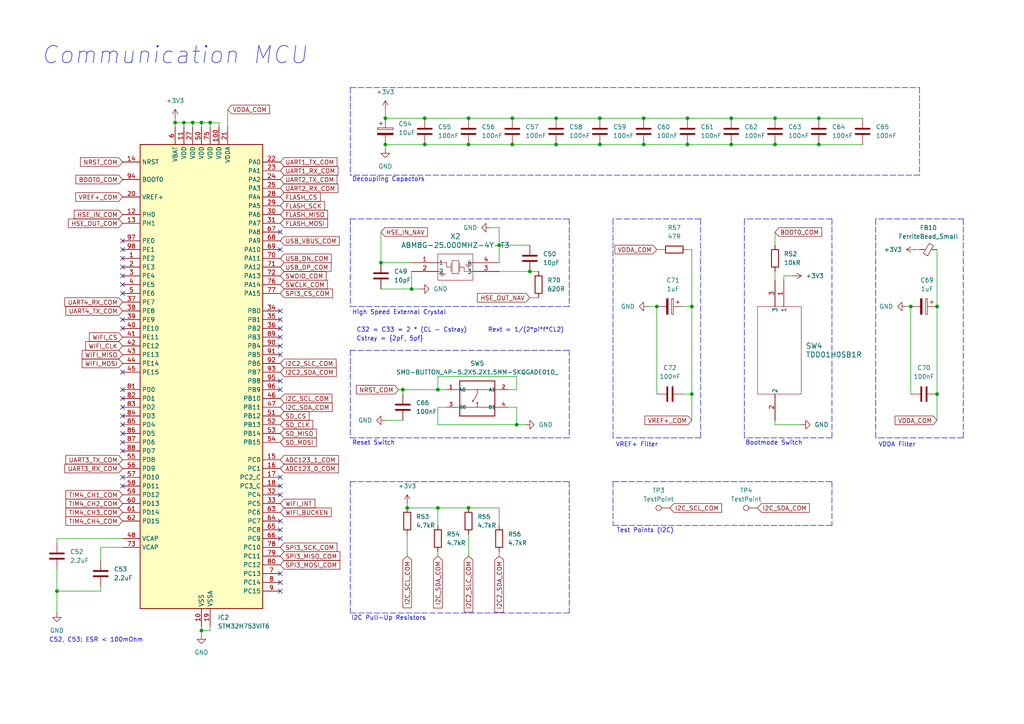
<source format=kicad_sch>
(kicad_sch (version 20231120) (generator "eeschema") (generator_version "8.0")
  (paper "A4")
  (title_block (title "Carte_Embarquée_CRAN_SEGULA") (date "28/03/2025") (rev "11/04/2025"))
  (lib_symbols
    (symbol "ABM8G-25.000MHZ-4Y-T3:ABM8G-25.000MHZ-4Y-T3" (pin_names (offset 0.254))
      (property "Reference" "X" (at 12.7 7.62 0))
      (property "Value" "ABM8G-25.000MHZ-4Y-T3" (at 12.7 5.08 0))
      (symbol "ABM8G-25.000MHZ-4Y-T3_0_1"
        (pin unspecified line (at 0 0 0) (length 7.62) (name "1") (number "1"))
        (pin unspecified line (at 0 -2.54 0) (length 7.62) (name "2") (number "2"))
        (pin unspecified line (at 25.4 -2.54 180) (length 7.62) (name "3") (number "3"))
        (pin unspecified line (at 25.4 0 180) (length 7.62) (name "4") (number "4"))
      )
    )
    (symbol "Capacitor_Unpolarized:C" (pin_numbers hide) (pin_names (offset 0.254))
      (property "Reference" "C" (at 0.635 2.54 0))
      (property "Value" "C" (at 0.635 -2.54 0))
      (symbol "C_1_1"
        (pin passive line (at 0 3.81 270) (length 2.794) (name "~") (number "1"))
        (pin passive line (at 0 -3.81 90) (length 2.794) (name "~") (number "2"))
      )
    )
    (symbol "Resistor:R" (pin_numbers hide) (pin_names (offset 0))
      (property "Reference" "R" (at 2.032 0 90))
      (property "Value" "R" (at 0 0 90))
      (symbol "R_1_1"
        (pin passive line (at 0 3.81 270) (length 1.27) (name "~") (number "1"))
        (pin passive line (at 0 -3.81 90) (length 1.27) (name "~") (number "2"))
      )
    )
    (symbol "SMD-BUTTON_4P-5.2X5.2X1.5MM-SKQGADE010_:SMD-BUTTON_4P-5.2X5.2X1.5MM-SKQGADE010_" (pin_names (offset 1.016))
      (property "Reference" "SW" (at -5.0859 5.0859 0))
      (property "Value" "SMD-BUTTON_4P-5.2X5.2X1.5MM-SKQGADE010_" (at -5.0884 -6.3605 0))
      (symbol "SMD-BUTTON_4P-5.2X5.2X1.5MM-SKQGADE010__0_0"
        (pin bidirectional line (at -8.89 2.54 0) (length 2.54) (name "A0") (number "1"))
        (pin bidirectional line (at 8.89 2.54 180) (length 2.54) (name "A1") (number "2"))
        (pin bidirectional line (at -8.89 -2.54 0) (length 2.54) (name "B0") (number "3"))
        (pin bidirectional line (at 8.89 -2.54 180) (length 2.54) (name "B1") (number "4"))
      )
    )
    (symbol "STM32H753VIT6:STM32H753VITx"
      (property "Reference" "IC" (at -17.78 69.85 0))
      (property "Value" "STM32H753VITx" (at 10.16 69.85 0))
      (symbol "STM32H753VITx_1_1"
        (pin bidirectional line (at -22.86 35.56 0) (length 5.08) (name "PE2") (number "1"))
        (pin power_in line (at 0 -71.12 90) (length 5.08) (name "VSS") (number "10"))
        (pin power_in line (at 5.08 73.66 270) (length 5.08) (name "VDD") (number "100"))
        (pin power_in line (at -5.08 73.66 270) (length 5.08) (name "VDD") (number "11"))
        (pin bidirectional line (at -22.86 48.26 0) (length 5.08) (name "PH0") (number "12"))
        (pin bidirectional line (at -22.86 45.72 0) (length 5.08) (name "PH1") (number "13"))
        (pin input line (at -22.86 63.5 0) (length 5.08) (name "NRST") (number "14"))
        (pin bidirectional line (at 22.86 -22.86 180) (length 5.08) (name "PC0") (number "15"))
        (pin bidirectional line (at 22.86 -25.4 180) (length 5.08) (name "PC1") (number "16"))
        (pin bidirectional line (at 22.86 -27.94 180) (length 5.08) (name "PC2_C") (number "17"))
        (pin bidirectional line (at 22.86 -30.48 180) (length 5.08) (name "PC3_C") (number "18"))
        (pin power_in line (at 2.54 -71.12 90) (length 5.08) (name "VSSA") (number "19"))
        (pin bidirectional line (at -22.86 33.02 0) (length 5.08) (name "PE3") (number "2"))
        (pin input line (at -22.86 53.34 0) (length 5.08) (name "VREF+") (number "20"))
        (pin power_in line (at 7.62 73.66 270) (length 5.08) (name "VDDA") (number "21"))
        (pin bidirectional line (at 22.86 63.5 180) (length 5.08) (name "PA0") (number "22"))
        (pin bidirectional line (at 22.86 60.96 180) (length 5.08) (name "PA1") (number "23"))
        (pin bidirectional line (at 22.86 58.42 180) (length 5.08) (name "PA2") (number "24"))
        (pin bidirectional line (at 22.86 55.88 180) (length 5.08) (name "PA3") (number "25"))
        (pin passive line (at 0 -71.12 90) (length 5.08) hide (name "VSS") (number "26"))
        (pin power_in line (at -2.54 73.66 270) (length 5.08) (name "VDD") (number "27"))
        (pin bidirectional line (at 22.86 53.34 180) (length 5.08) (name "PA4") (number "28"))
        (pin bidirectional line (at 22.86 50.8 180) (length 5.08) (name "PA5") (number "29"))
        (pin bidirectional line (at -22.86 30.48 0) (length 5.08) (name "PE4") (number "3"))
        (pin bidirectional line (at 22.86 48.26 180) (length 5.08) (name "PA6") (number "30"))
        (pin bidirectional line (at 22.86 45.72 180) (length 5.08) (name "PA7") (number "31"))
        (pin bidirectional line (at 22.86 -33.02 180) (length 5.08) (name "PC4") (number "32"))
        (pin bidirectional line (at 22.86 -35.56 180) (length 5.08) (name "PC5") (number "33"))
        (pin bidirectional line (at 22.86 20.32 180) (length 5.08) (name "PB0") (number "34"))
        (pin bidirectional line (at 22.86 17.78 180) (length 5.08) (name "PB1") (number "35"))
        (pin bidirectional line (at 22.86 15.24 180) (length 5.08) (name "PB2") (number "36"))
        (pin bidirectional line (at -22.86 22.86 0) (length 5.08) (name "PE7") (number "37"))
        (pin bidirectional line (at -22.86 20.32 0) (length 5.08) (name "PE8") (number "38"))
        (pin bidirectional line (at -22.86 17.78 0) (length 5.08) (name "PE9") (number "39"))
        (pin bidirectional line (at -22.86 27.94 0) (length 5.08) (name "PE5") (number "4"))
        (pin bidirectional line (at -22.86 15.24 0) (length 5.08) (name "PE10") (number "40"))
        (pin bidirectional line (at -22.86 12.7 0) (length 5.08) (name "PE11") (number "41"))
        (pin bidirectional line (at -22.86 10.16 0) (length 5.08) (name "PE12") (number "42"))
        (pin bidirectional line (at -22.86 7.62 0) (length 5.08) (name "PE13") (number "43"))
        (pin bidirectional line (at -22.86 5.08 0) (length 5.08) (name "PE14") (number "44"))
        (pin bidirectional line (at -22.86 2.54 0) (length 5.08) (name "PE15") (number "45"))
        (pin bidirectional line (at 22.86 -5.08 180) (length 5.08) (name "PB10") (number "46"))
        (pin bidirectional line (at 22.86 -7.62 180) (length 5.08) (name "PB11") (number "47"))
        (pin power_out line (at -22.86 -45.72 0) (length 5.08) (name "VCAP") (number "48"))
        (pin passive line (at 0 -71.12 90) (length 5.08) hide (name "VSS") (number "49"))
        (pin bidirectional line (at -22.86 25.4 0) (length 5.08) (name "PE6") (number "5"))
        (pin power_in line (at 0 73.66 270) (length 5.08) (name "VDD") (number "50"))
        (pin bidirectional line (at 22.86 -10.16 180) (length 5.08) (name "PB12") (number "51"))
        (pin bidirectional line (at 22.86 -12.7 180) (length 5.08) (name "PB13") (number "52"))
        (pin bidirectional line (at 22.86 -15.24 180) (length 5.08) (name "PB14") (number "53"))
        (pin bidirectional line (at 22.86 -17.78 180) (length 5.08) (name "PB15") (number "54"))
        (pin bidirectional line (at -22.86 -22.86 0) (length 5.08) (name "PD8") (number "55"))
        (pin bidirectional line (at -22.86 -25.4 0) (length 5.08) (name "PD9") (number "56"))
        (pin bidirectional line (at -22.86 -27.94 0) (length 5.08) (name "PD10") (number "57"))
        (pin bidirectional line (at -22.86 -30.48 0) (length 5.08) (name "PD11") (number "58"))
        (pin bidirectional line (at -22.86 -33.02 0) (length 5.08) (name "PD12") (number "59"))
        (pin power_in line (at -7.62 73.66 270) (length 5.08) (name "VBAT") (number "6"))
        (pin bidirectional line (at -22.86 -35.56 0) (length 5.08) (name "PD13") (number "60"))
        (pin bidirectional line (at -22.86 -38.1 0) (length 5.08) (name "PD14") (number "61"))
        (pin bidirectional line (at -22.86 -40.64 0) (length 5.08) (name "PD15") (number "62"))
        (pin bidirectional line (at 22.86 -38.1 180) (length 5.08) (name "PC6") (number "63"))
        (pin bidirectional line (at 22.86 -40.64 180) (length 5.08) (name "PC7") (number "64"))
        (pin bidirectional line (at 22.86 -43.18 180) (length 5.08) (name "PC8") (number "65"))
        (pin bidirectional line (at 22.86 -45.72 180) (length 5.08) (name "PC9") (number "66"))
        (pin bidirectional line (at 22.86 43.18 180) (length 5.08) (name "PA8") (number "67"))
        (pin bidirectional line (at 22.86 40.64 180) (length 5.08) (name "PA9") (number "68"))
        (pin bidirectional line (at 22.86 38.1 180) (length 5.08) (name "PA10") (number "69"))
        (pin bidirectional line (at 22.86 -55.88 180) (length 5.08) (name "PC13") (number "7"))
        (pin bidirectional line (at 22.86 35.56 180) (length 5.08) (name "PA11") (number "70"))
        (pin bidirectional line (at 22.86 33.02 180) (length 5.08) (name "PA12") (number "71"))
        (pin bidirectional line (at 22.86 30.48 180) (length 5.08) (name "PA13") (number "72"))
        (pin power_out line (at -22.86 -48.26 0) (length 5.08) (name "VCAP") (number "73"))
        (pin passive line (at 0 -71.12 90) (length 5.08) hide (name "VSS") (number "74"))
        (pin power_in line (at 2.54 73.66 270) (length 5.08) (name "VDD") (number "75"))
        (pin bidirectional line (at 22.86 27.94 180) (length 5.08) (name "PA14") (number "76"))
        (pin bidirectional line (at 22.86 25.4 180) (length 5.08) (name "PA15") (number "77"))
        (pin bidirectional line (at 22.86 -48.26 180) (length 5.08) (name "PC10") (number "78"))
        (pin bidirectional line (at 22.86 -50.8 180) (length 5.08) (name "PC11") (number "79"))
        (pin bidirectional line (at 22.86 -58.42 180) (length 5.08) (name "PC14") (number "8"))
        (pin bidirectional line (at 22.86 -53.34 180) (length 5.08) (name "PC12") (number "80"))
        (pin bidirectional line (at -22.86 -2.54 0) (length 5.08) (name "PD0") (number "81"))
        (pin bidirectional line (at -22.86 -5.08 0) (length 5.08) (name "PD1") (number "82"))
        (pin bidirectional line (at -22.86 -7.62 0) (length 5.08) (name "PD2") (number "83"))
        (pin bidirectional line (at -22.86 -10.16 0) (length 5.08) (name "PD3") (number "84"))
        (pin bidirectional line (at -22.86 -12.7 0) (length 5.08) (name "PD4") (number "85"))
        (pin bidirectional line (at -22.86 -15.24 0) (length 5.08) (name "PD5") (number "86"))
        (pin bidirectional line (at -22.86 -17.78 0) (length 5.08) (name "PD6") (number "87"))
        (pin bidirectional line (at -22.86 -20.32 0) (length 5.08) (name "PD7") (number "88"))
        (pin bidirectional line (at 22.86 12.7 180) (length 5.08) (name "PB3") (number "89"))
        (pin bidirectional line (at 22.86 -60.96 180) (length 5.08) (name "PC15") (number "9"))
        (pin bidirectional line (at 22.86 10.16 180) (length 5.08) (name "PB4") (number "90"))
        (pin bidirectional line (at 22.86 7.62 180) (length 5.08) (name "PB5") (number "91"))
        (pin bidirectional line (at 22.86 5.08 180) (length 5.08) (name "PB6") (number "92"))
        (pin bidirectional line (at 22.86 2.54 180) (length 5.08) (name "PB7") (number "93"))
        (pin input line (at -22.86 58.42 0) (length 5.08) (name "BOOT0") (number "94"))
        (pin bidirectional line (at 22.86 0 180) (length 5.08) (name "PB8") (number "95"))
        (pin bidirectional line (at 22.86 -2.54 180) (length 5.08) (name "PB9") (number "96"))
        (pin bidirectional line (at -22.86 40.64 0) (length 5.08) (name "PE0") (number "97"))
        (pin bidirectional line (at -22.86 38.1 0) (length 5.08) (name "PE1") (number "98"))
        (pin passive line (at 0 -71.12 90) (length 5.08) hide (name "VSS") (number "99"))
      )
    )
    (symbol "TDD01H0SB1R:TDD01H0SB1R" (pin_names (offset 0.254))
      (property "Reference" "SW" (at 20.32 10.16 0))
      (property "Value" "TDD01H0SB1R" (at 20.32 7.62 0))
      (symbol "TDD01H0SB1R_0_1"
        (pin unspecified line (at 0 0 0) (length 7.62) (name "1") (number "1"))
        (pin unspecified line (at 40.64 -2.54 180) (length 7.62) (name "2") (number "2"))
        (pin unspecified line (at 0 -2.54 0) (length 7.62) (name "3") (number "3"))
      )
    )
    (symbol "c_polarized:C_Polarized" (pin_numbers hide) (pin_names (offset 0.254))
      (property "Reference" "C" (at 0.635 2.54 0))
      (property "Value" "C_Polarized" (at 0.635 -2.54 0))
      (symbol "C_Polarized_1_1"
        (pin passive line (at 0 3.81 270) (length 2.794) (name "~") (number "1"))
        (pin passive line (at 0 -3.81 90) (length 2.794) (name "~") (number "2"))
      )
    )
    (symbol "ferritebead_small:FerriteBead_Small" (pin_numbers hide) (pin_names (offset 0))
      (property "Reference" "FB" (at 1.905 1.27 0))
      (property "Value" "FerriteBead_Small" (at 1.905 -1.27 0))
      (symbol "FerriteBead_Small_1_1"
        (pin passive line (at 0 2.54 270) (length 1.27) (name "~") (number "1"))
        (pin passive line (at 0 -2.54 90) (length 1.27) (name "~") (number "2"))
      )
    )
    (symbol "power:+3V3" (power) (pin_numbers hide) (pin_names (offset 0) hide)
      (property "Value" "+3V3" (at 0 3.556 0))
      (symbol "+3V3_1_1"
        (pin power_in line (at 0 0 90) (length 0) (name "~") (number "1"))
      )
    )
    (symbol "power:GND" (power) (pin_numbers hide) (pin_names (offset 0) hide)
      (property "Value" "GND" (at 0 -3.81 0))
      (symbol "GND_1_1"
        (pin power_in line (at 0 0 270) (length 0) (name "~") (number "1"))
      )
    )
    (symbol "testpoint:TestPoint" (pin_numbers hide) (pin_names (offset 0.762) hide)
      (property "Reference" "TP" (at 0 6.858 0))
      (property "Value" "TestPoint" (at 0 5.08 0))
      (symbol "TestPoint_1_1"
        (pin passive line (at 0 0 90) (length 2.54) (name "1") (number "1"))
      )
    )
  )
  (junction (at 135.89 41.91))
  (junction (at 271.78 114.3))
  (junction (at 153.67 78.74))
  (junction (at 200.66 114.3))
  (junction (at 148.59 41.91))
  (junction (at 116.84 113.03))
  (junction (at 212.09 41.91))
  (junction (at 110.49 76.2))
  (junction (at 271.78 88.9))
  (junction (at 186.69 34.29))
  (junction (at 111.76 34.29))
  (junction (at 200.66 88.9))
  (junction (at 60.96 35.56))
  (junction (at 55.88 35.56))
  (junction (at 123.19 41.91))
  (junction (at 224.79 34.29))
  (junction (at 127 113.03))
  (junction (at 237.49 34.29))
  (junction (at 127 147.32))
  (junction (at 186.69 41.91))
  (junction (at 199.39 41.91))
  (junction (at 135.89 147.32))
  (junction (at 16.51 171.45))
  (junction (at 119.38 83.82))
  (junction (at 58.42 35.56))
  (junction (at 161.29 41.91))
  (junction (at 264.16 88.9))
  (junction (at 118.11 147.32))
  (junction (at 190.5 88.9))
  (junction (at 144.78 71.12))
  (junction (at 237.49 41.91))
  (junction (at 199.39 34.29))
  (junction (at 173.99 34.29))
  (junction (at 173.99 41.91))
  (junction (at 111.76 41.91))
  (junction (at 212.09 34.29))
  (junction (at 123.19 34.29))
  (junction (at 50.8 35.56))
  (junction (at 53.34 35.56))
  (junction (at 224.79 41.91))
  (junction (at 135.89 34.29))
  (junction (at 148.59 34.29))
  (junction (at 149.86 123.19))
  (junction (at 58.42 182.88))
  (junction (at 161.29 34.29))
  (no_connect (at 81.28 143.51))
  (no_connect (at 35.56 113.03))
  (no_connect (at 81.28 168.91))
  (no_connect (at 81.28 110.49))
  (no_connect (at 35.56 107.95))
  (no_connect (at 81.28 97.79))
  (no_connect (at 81.28 138.43))
  (no_connect (at 35.56 138.43))
  (no_connect (at 81.28 166.37))
  (no_connect (at 35.56 140.97))
  (no_connect (at 81.28 171.45))
  (no_connect (at 35.56 85.09))
  (no_connect (at 35.56 118.11))
  (no_connect (at 35.56 115.57))
  (no_connect (at 35.56 77.47))
  (no_connect (at 35.56 69.85))
  (no_connect (at 81.28 72.39))
  (no_connect (at 35.56 120.65))
  (no_connect (at 81.28 95.25))
  (no_connect (at 81.28 92.71))
  (no_connect (at 81.28 151.13))
  (no_connect (at 81.28 140.97))
  (no_connect (at 81.28 67.31))
  (no_connect (at 81.28 90.17))
  (no_connect (at 81.28 100.33))
  (no_connect (at 35.56 125.73))
  (no_connect (at 35.56 130.81))
  (no_connect (at 35.56 92.71))
  (no_connect (at 35.56 128.27))
  (no_connect (at 35.56 74.93))
  (no_connect (at 35.56 82.55))
  (no_connect (at 35.56 80.01))
  (no_connect (at 81.28 156.21))
  (no_connect (at 35.56 72.39))
  (no_connect (at 35.56 95.25))
  (no_connect (at 81.28 102.87))
  (no_connect (at 35.56 123.19))
  (no_connect (at 81.28 113.03))
  (no_connect (at 81.28 153.67))
  (wire (pts (xy 227.33 80.01) (xy 229.87 80.01)))
  (wire (pts (xy 119.38 83.82) (xy 119.38 78.74)))
  (polyline (pts (xy 177.8 139.7) (xy 241.3 139.7)) (stroke (width 0) (type dash)))
  (wire (pts (xy 265.43 72.39) (xy 266.7 72.39)))
  (wire (pts (xy 110.49 76.2) (xy 119.38 76.2)))
  (wire (pts (xy 227.33 80.01) (xy 227.33 81.28)))
  (polyline (pts (xy 241.3 152.4) (xy 177.8 152.4)) (stroke (width 0) (type dash)))
  (polyline (pts (xy 279.4 63.5) (xy 254 63.5)) (stroke (width 0) (type dash)))
  (wire (pts (xy 149.86 113.03) (xy 149.86 109.22)))
  (polyline (pts (xy 101.6 63.5) (xy 165.1 63.5)) (stroke (width 0) (type dash)))
  (wire (pts (xy 200.66 114.3) (xy 198.12 114.3)))
  (wire (pts (xy 147.32 113.03) (xy 149.86 113.03)))
  (wire (pts (xy 190.5 114.3) (xy 190.5 88.9)))
  (wire (pts (xy 187.96 88.9) (xy 190.5 88.9)))
  (polyline (pts (xy 101.6 139.7) (xy 165.1 139.7)) (stroke (width 0) (type dash)))
  (wire (pts (xy 16.51 165.1) (xy 16.51 171.45)))
  (wire (pts (xy 50.8 35.56) (xy 50.8 36.83)))
  (wire (pts (xy 147.32 118.11) (xy 149.86 118.11)))
  (wire (pts (xy 111.76 41.91) (xy 123.19 41.91)))
  (wire (pts (xy 60.96 35.56) (xy 60.96 36.83)))
  (polyline (pts (xy 241.3 139.7) (xy 241.3 152.4)) (stroke (width 0) (type dash)))
  (wire (pts (xy 144.78 161.29) (xy 144.78 160.02)))
  (wire (pts (xy 55.88 35.56) (xy 53.34 35.56)))
  (polyline (pts (xy 165.1 63.5) (xy 165.1 88.9)) (stroke (width 0) (type dash)))
  (polyline (pts (xy 177.8 63.5) (xy 177.8 127)) (stroke (width 0) (type dash)))
  (wire (pts (xy 116.84 113.03) (xy 127 113.03)))
  (wire (pts (xy 199.39 41.91) (xy 212.09 41.91)))
  (wire (pts (xy 135.89 34.29) (xy 148.59 34.29)))
  (polyline (pts (xy 279.4 63.5) (xy 279.4 127)) (stroke (width 0) (type dash)))
  (polyline (pts (xy 203.2 63.5) (xy 177.8 63.5)) (stroke (width 0) (type dash)))
  (wire (pts (xy 186.69 34.29) (xy 199.39 34.29)))
  (wire (pts (xy 123.19 34.29) (xy 135.89 34.29)))
  (wire (pts (xy 200.66 72.39) (xy 200.66 88.9)))
  (wire (pts (xy 111.76 31.75) (xy 111.76 34.29)))
  (wire (pts (xy 237.49 41.91) (xy 250.19 41.91)))
  (wire (pts (xy 264.16 88.9) (xy 264.16 114.3)))
  (polyline (pts (xy 165.1 127) (xy 101.6 127)) (stroke (width 0) (type dash)))
  (wire (pts (xy 115.57 113.03) (xy 116.84 113.03)))
  (polyline (pts (xy 101.6 25.4) (xy 266.7 25.4)) (stroke (width 0) (type dash)))
  (wire (pts (xy 111.76 34.29) (xy 123.19 34.29)))
  (wire (pts (xy 200.66 72.39) (xy 199.39 72.39)))
  (wire (pts (xy 144.78 152.4) (xy 144.78 147.32)))
  (wire (pts (xy 123.19 41.91) (xy 135.89 41.91)))
  (wire (pts (xy 135.89 161.29) (xy 135.89 154.94)))
  (wire (pts (xy 53.34 35.56) (xy 50.8 35.56)))
  (wire (pts (xy 264.16 88.9) (xy 262.89 88.9)))
  (wire (pts (xy 118.11 147.32) (xy 118.11 146.05)))
  (wire (pts (xy 127 123.19) (xy 127 118.11)))
  (polyline (pts (xy 165.1 139.7) (xy 165.1 177.8)) (stroke (width 0) (type dash)))
  (wire (pts (xy 212.09 41.91) (xy 224.79 41.91)))
  (wire (pts (xy 271.78 114.3) (xy 271.78 121.92)))
  (polyline (pts (xy 203.2 63.5) (xy 203.2 127)) (stroke (width 0) (type dash)))
  (wire (pts (xy 237.49 34.29) (xy 250.19 34.29)))
  (polyline (pts (xy 177.8 139.7) (xy 177.8 152.4)) (stroke (width 0) (type dash)))
  (wire (pts (xy 16.51 171.45) (xy 16.51 177.8)))
  (wire (pts (xy 148.59 41.91) (xy 161.29 41.91)))
  (wire (pts (xy 127 113.03) (xy 129.54 113.03)))
  (wire (pts (xy 156.21 78.74) (xy 153.67 78.74)))
  (wire (pts (xy 144.78 71.12) (xy 153.67 71.12)))
  (wire (pts (xy 224.79 78.74) (xy 224.79 81.28)))
  (wire (pts (xy 200.66 88.9) (xy 200.66 114.3)))
  (wire (pts (xy 16.51 156.21) (xy 16.51 157.48)))
  (wire (pts (xy 127 147.32) (xy 127 152.4)))
  (wire (pts (xy 60.96 182.88) (xy 58.42 182.88)))
  (wire (pts (xy 55.88 36.83) (xy 55.88 35.56)))
  (polyline (pts (xy 241.3 63.5) (xy 215.9 63.5)) (stroke (width 0) (type dash)))
  (wire (pts (xy 135.89 41.91) (xy 148.59 41.91)))
  (wire (pts (xy 60.96 35.56) (xy 58.42 35.56)))
  (wire (pts (xy 271.78 88.9) (xy 271.78 114.3)))
  (wire (pts (xy 144.78 66.04) (xy 144.78 71.12)))
  (polyline (pts (xy 165.1 88.9) (xy 101.6 88.9)) (stroke (width 0) (type dash)))
  (wire (pts (xy 118.11 147.32) (xy 127 147.32)))
  (wire (pts (xy 144.78 71.12) (xy 144.78 76.2)))
  (wire (pts (xy 127 109.22) (xy 127 113.03)))
  (polyline (pts (xy 101.6 25.4) (xy 101.6 50.8)) (stroke (width 0) (type dash)))
  (polyline (pts (xy 101.6 63.5) (xy 101.6 88.9)) (stroke (width 0) (type dash)))
  (wire (pts (xy 173.99 41.91) (xy 186.69 41.91)))
  (wire (pts (xy 127 147.32) (xy 135.89 147.32)))
  (wire (pts (xy 149.86 109.22) (xy 127 109.22)))
  (wire (pts (xy 199.39 34.29) (xy 212.09 34.29)))
  (wire (pts (xy 149.86 123.19) (xy 127 123.19)))
  (wire (pts (xy 224.79 123.19) (xy 224.79 121.92)))
  (wire (pts (xy 118.11 154.94) (xy 118.11 161.29)))
  (wire (pts (xy 186.69 41.91) (xy 199.39 41.91)))
  (wire (pts (xy 127 118.11) (xy 129.54 118.11)))
  (wire (pts (xy 144.78 147.32) (xy 135.89 147.32)))
  (wire (pts (xy 50.8 34.29) (xy 50.8 35.56)))
  (wire (pts (xy 190.5 72.39) (xy 191.77 72.39)))
  (wire (pts (xy 58.42 181.61) (xy 58.42 182.88)))
  (wire (pts (xy 161.29 34.29) (xy 173.99 34.29)))
  (wire (pts (xy 149.86 118.11) (xy 149.86 123.19)))
  (wire (pts (xy 63.5 36.83) (xy 63.5 35.56)))
  (wire (pts (xy 144.78 78.74) (xy 153.67 78.74)))
  (wire (pts (xy 149.86 123.19) (xy 152.4 123.19)))
  (wire (pts (xy 116.84 113.03) (xy 116.84 114.3)))
  (wire (pts (xy 224.79 67.31) (xy 224.79 71.12)))
  (wire (pts (xy 212.09 34.29) (xy 224.79 34.29)))
  (wire (pts (xy 127 160.02) (xy 127 161.29)))
  (wire (pts (xy 58.42 36.83) (xy 58.42 35.56)))
  (polyline (pts (xy 279.4 127) (xy 254 127)) (stroke (width 0) (type dash)))
  (polyline (pts (xy 241.3 127) (xy 215.9 127)) (stroke (width 0) (type dash)))
  (polyline (pts (xy 215.9 127) (xy 215.9 63.5)) (stroke (width 0) (type dash)))
  (wire (pts (xy 35.56 158.75) (xy 29.21 158.75)))
  (polyline (pts (xy 165.1 177.8) (xy 101.6 177.8)) (stroke (width 0) (type dash)))
  (wire (pts (xy 110.49 67.31) (xy 110.49 76.2)))
  (wire (pts (xy 200.66 114.3) (xy 200.66 121.92)))
  (wire (pts (xy 60.96 181.61) (xy 60.96 182.88)))
  (wire (pts (xy 116.84 121.92) (xy 111.76 121.92)))
  (wire (pts (xy 156.21 86.36) (xy 153.67 86.36)))
  (polyline (pts (xy 101.6 139.7) (xy 101.6 177.8)) (stroke (width 0) (type dash)))
  (polyline (pts (xy 266.7 25.4) (xy 266.7 50.8)) (stroke (width 0) (type dash)))
  (wire (pts (xy 232.41 123.19) (xy 224.79 123.19)))
  (polyline (pts (xy 203.2 127) (xy 177.8 127)) (stroke (width 0) (type dash)))
  (wire (pts (xy 224.79 41.91) (xy 237.49 41.91)))
  (wire (pts (xy 53.34 36.83) (xy 53.34 35.56)))
  (polyline (pts (xy 241.3 63.5) (xy 241.3 127)) (stroke (width 0) (type dash)))
  (wire (pts (xy 29.21 170.18) (xy 29.21 171.45)))
  (wire (pts (xy 271.78 72.39) (xy 271.78 88.9)))
  (wire (pts (xy 63.5 35.56) (xy 60.96 35.56)))
  (wire (pts (xy 110.49 83.82) (xy 119.38 83.82)))
  (wire (pts (xy 35.56 156.21) (xy 16.51 156.21)))
  (wire (pts (xy 144.78 66.04) (xy 142.24 66.04)))
  (wire (pts (xy 161.29 41.91) (xy 173.99 41.91)))
  (polyline (pts (xy 101.6 101.6) (xy 165.1 101.6)) (stroke (width 0) (type dash)))
  (wire (pts (xy 111.76 41.91) (xy 111.76 43.18)))
  (wire (pts (xy 224.79 34.29) (xy 237.49 34.29)))
  (wire (pts (xy 58.42 35.56) (xy 55.88 35.56)))
  (wire (pts (xy 66.04 31.75) (xy 66.04 36.83)))
  (polyline (pts (xy 101.6 101.6) (xy 101.6 127)) (stroke (width 0) (type dash)))
  (wire (pts (xy 121.92 83.82) (xy 119.38 83.82)))
  (wire (pts (xy 200.66 88.9) (xy 198.12 88.9)))
  (polyline (pts (xy 165.1 101.6) (xy 165.1 127)) (stroke (width 0) (type dash)))
  (wire (pts (xy 29.21 171.45) (xy 16.51 171.45)))
  (polyline (pts (xy 254 63.5) (xy 254 127)) (stroke (width 0) (type dash)))
  (wire (pts (xy 29.21 158.75) (xy 29.21 162.56)))
  (polyline (pts (xy 266.7 50.8) (xy 101.6 50.8)) (stroke (width 0) (type dash)))
  (wire (pts (xy 148.59 34.29) (xy 161.29 34.29)))
  (wire (pts (xy 173.99 34.29) (xy 186.69 34.29)))
  (wire (pts (xy 58.42 184.15) (xy 58.42 182.88)))
  (text "Test Points (I2C)" (at 178.816 154.686 0) (effects (font (size 1.27 1.27)) (justify left bottom)))
  (text "Decoupling Capactors" (at 102.108 52.832 0) (effects (font (size 1.27 1.27)) (justify left bottom)))
  (text "C52, C53: ESR < 100mOhm" (at 14.224 186.436 0) (effects (font (size 1.27 1.27)) (justify left bottom)))
  (text "High Speed External Crystal" (at 102.108 91.44 0) (effects (font (size 1.27 1.27)) (justify left bottom)))
  (text "Communication MCU " (at 11.938 19.05 0) (effects (font (size 5.0038 5.0038) (italic yes)) (justify left bottom)))
  (text "C32 = C33 = 2 * (CL - Cstray)" (at 103.378 96.52 0) (effects (font (size 1.27 1.27)) (justify left bottom)))
  (text "Rext = 1/(2*pi*f*CL2)" (at 141.478 96.52 0) (effects (font (size 1.27 1.27)) (justify left bottom)))
  (text "Reset Switch" (at 102.108 129.286 0) (effects (font (size 1.27 1.27)) (justify left bottom)))
  (text "Cstray = {2pF, 5pf}" (at 103.378 99.06 0) (effects (font (size 1.27 1.27)) (justify left bottom)))
  (text "Bootmode Switch" (at 216.154 129.286 0) (effects (font (size 1.27 1.27)) (justify left bottom)))
  (text "VREF+ Filter" (at 178.562 129.794 0) (effects (font (size 1.27 1.27)) (justify left bottom)))
  (text "I2C Pull-Up Resistors" (at 101.854 180.086 0) (effects (font (size 1.27 1.27)) (justify left bottom)))
  (text "VDDA Filter" (at 254.762 129.794 0) (effects (font (size 1.27 1.27)) (justify left bottom)))
  (global_label "WIFI_CS" (shape input) (at 35.56 97.79 180) (property "Intersheetrefs" "${INTERSHEET_REFS}" (effects (hide yes))))
  (global_label "VREF+_COM" (shape input) (at 200.66 121.92 180) (property "Intersheetrefs" "${INTERSHEET_REFS}" (effects (hide yes))))
  (global_label "SPI3_SCK_COM" (shape input) (at 81.28 158.75 0) (property "Intersheetrefs" "${INTERSHEET_REFS}" (effects (hide yes))))
  (global_label "I2C2_SDA_COM" (shape input) (at 81.28 107.95 0) (property "Intersheetrefs" "${INTERSHEET_REFS}" (effects (hide yes))))
  (global_label "WIFI_MOSI" (shape input) (at 35.56 105.41 180) (property "Intersheetrefs" "${INTERSHEET_REFS}" (effects (hide yes))))
  (global_label "SPI3_MOSI_COM" (shape input) (at 81.28 163.83 0) (property "Intersheetrefs" "${INTERSHEET_REFS}" (effects (hide yes))))
  (global_label "UART4_TX_COM" (shape input) (at 35.56 90.17 180) (property "Intersheetrefs" "${INTERSHEET_REFS}" (effects (hide yes))))
  (global_label "SD_CS" (shape input) (at 81.28 120.65 0) (property "Intersheetrefs" "${INTERSHEET_REFS}" (effects (hide yes))))
  (global_label "SWCLK_COM" (shape input) (at 81.28 82.55 0) (property "Intersheetrefs" "${INTERSHEET_REFS}" (effects (hide yes))))
  (global_label "VREF+_COM" (shape input) (at 35.56 57.15 180) (property "Intersheetrefs" "${INTERSHEET_REFS}" (effects (hide yes))))
  (global_label "SPI3_MISO_COM" (shape input) (at 81.28 161.29 0) (property "Intersheetrefs" "${INTERSHEET_REFS}" (effects (hide yes))))
  (global_label "I2C2_SLC_COM" (shape input) (at 81.28 105.41 0) (property "Intersheetrefs" "${INTERSHEET_REFS}" (effects (hide yes))))
  (global_label "BOOT0_COM" (shape input) (at 224.79 67.31 0) (property "Intersheetrefs" "${INTERSHEET_REFS}" (effects (hide yes))))
  (global_label "USB_VBUS_COM" (shape input) (at 81.28 69.85 0) (property "Intersheetrefs" "${INTERSHEET_REFS}" (effects (hide yes))))
  (global_label "NRST_COM" (shape input) (at 115.57 113.03 180) (property "Intersheetrefs" "${INTERSHEET_REFS}" (effects (hide yes))))
  (global_label "SD_MOSI" (shape input) (at 81.28 128.27 0) (property "Intersheetrefs" "${INTERSHEET_REFS}" (effects (hide yes))))
  (global_label "SD_CLK" (shape input) (at 81.28 123.19 0) (property "Intersheetrefs" "${INTERSHEET_REFS}" (effects (hide yes))))
  (global_label "UART1_TX_COM" (shape input) (at 81.28 46.99 0) (property "Intersheetrefs" "${INTERSHEET_REFS}" (effects (hide yes))))
  (global_label "HSE_IN_NAV" (shape input) (at 110.49 67.31 0) (property "Intersheetrefs" "${INTERSHEET_REFS}" (effects (hide yes))))
  (global_label "VDDA_COM" (shape input) (at 66.04 31.75 0) (property "Intersheetrefs" "${INTERSHEET_REFS}" (effects (hide yes))))
  (global_label "I2C2_SDA_COM" (shape input) (at 144.78 161.29 270) (property "Intersheetrefs" "${INTERSHEET_REFS}" (effects (hide yes))))
  (global_label "USB_DN_COM" (shape input) (at 81.28 74.93 0) (property "Intersheetrefs" "${INTERSHEET_REFS}" (effects (hide yes))))
  (global_label "VDDA_COM" (shape input) (at 271.78 121.92 180) (property "Intersheetrefs" "${INTERSHEET_REFS}" (effects (hide yes))))
  (global_label "UART1_RX_COM" (shape input) (at 81.28 49.53 0) (property "Intersheetrefs" "${INTERSHEET_REFS}" (effects (hide yes))))
  (global_label "UART3_RX_COM" (shape input) (at 35.56 135.89 180) (property "Intersheetrefs" "${INTERSHEET_REFS}" (effects (hide yes))))
  (global_label "WIFI_BUCKEN" (shape input) (at 81.28 148.59 0) (property "Intersheetrefs" "${INTERSHEET_REFS}" (effects (hide yes))))
  (global_label "UART4_RX_COM" (shape input) (at 35.56 87.63 180) (property "Intersheetrefs" "${INTERSHEET_REFS}" (effects (hide yes))))
  (global_label "WIFI_INT" (shape input) (at 81.28 146.05 0) (property "Intersheetrefs" "${INTERSHEET_REFS}" (effects (hide yes))))
  (global_label "SD_MISO" (shape input) (at 81.28 125.73 0) (property "Intersheetrefs" "${INTERSHEET_REFS}" (effects (hide yes))))
  (global_label "HSE_OUT_COM" (shape input) (at 35.56 64.77 180) (property "Intersheetrefs" "${INTERSHEET_REFS}" (effects (hide yes))))
  (global_label "FLASH_SCK" (shape input) (at 81.28 59.69 0) (property "Intersheetrefs" "${INTERSHEET_REFS}" (effects (hide yes))))
  (global_label "UART2_RX_COM" (shape input) (at 81.28 54.61 0) (property "Intersheetrefs" "${INTERSHEET_REFS}" (effects (hide yes))))
  (global_label "HSE_OUT_NAV" (shape input) (at 153.67 86.36 180) (property "Intersheetrefs" "${INTERSHEET_REFS}" (effects (hide yes))))
  (global_label "I2C_SDA_COM" (shape input) (at 81.28 118.11 0) (property "Intersheetrefs" "${INTERSHEET_REFS}" (effects (hide yes))))
  (global_label "TIM4_CH1_COM" (shape input) (at 35.56 143.51 180) (property "Intersheetrefs" "${INTERSHEET_REFS}" (effects (hide yes))))
  (global_label "I2C_SCL_COM" (shape input) (at 81.28 115.57 0) (property "Intersheetrefs" "${INTERSHEET_REFS}" (effects (hide yes))))
  (global_label "NRST_COM" (shape input) (at 35.56 46.99 180) (property "Intersheetrefs" "${INTERSHEET_REFS}" (effects (hide yes))))
  (global_label "ADC123_1_COM" (shape input) (at 81.28 133.35 0) (property "Intersheetrefs" "${INTERSHEET_REFS}" (effects (hide yes))))
  (global_label "TIM4_CH3_COM" (shape input) (at 35.56 148.59 180) (property "Intersheetrefs" "${INTERSHEET_REFS}" (effects (hide yes))))
  (global_label "TIM4_CH4_COM" (shape input) (at 35.56 151.13 180) (property "Intersheetrefs" "${INTERSHEET_REFS}" (effects (hide yes))))
  (global_label "USB_DP_COM" (shape input) (at 81.28 77.47 0) (property "Intersheetrefs" "${INTERSHEET_REFS}" (effects (hide yes))))
  (global_label "I2C_SCL_COM" (shape input) (at 118.11 161.29 270) (property "Intersheetrefs" "${INTERSHEET_REFS}" (effects (hide yes))))
  (global_label "FLASH_MOSI" (shape input) (at 81.28 64.77 0) (property "Intersheetrefs" "${INTERSHEET_REFS}" (effects (hide yes))))
  (global_label "I2C_SDA_COM" (shape input) (at 127 161.29 270) (property "Intersheetrefs" "${INTERSHEET_REFS}" (effects (hide yes))))
  (global_label "BOOT0_COM" (shape input) (at 35.56 52.07 180) (property "Intersheetrefs" "${INTERSHEET_REFS}" (effects (hide yes))))
  (global_label "ADC123_0_COM" (shape input) (at 81.28 135.89 0) (property "Intersheetrefs" "${INTERSHEET_REFS}" (effects (hide yes))))
  (global_label "UART3_TX_COM" (shape input) (at 35.56 133.35 180) (property "Intersheetrefs" "${INTERSHEET_REFS}" (effects (hide yes))))
  (global_label "SPI3_CS_COM" (shape input) (at 81.28 85.09 0) (property "Intersheetrefs" "${INTERSHEET_REFS}" (effects (hide yes))))
  (global_label "WIFI_MISO" (shape input) (at 35.56 102.87 180) (property "Intersheetrefs" "${INTERSHEET_REFS}" (effects (hide yes))))
  (global_label "WIFI_CLK" (shape input) (at 35.56 100.33 180) (property "Intersheetrefs" "${INTERSHEET_REFS}" (effects (hide yes))))
  (global_label "I2C_SCL_COM" (shape input) (at 194.31 147.32 0) (property "Intersheetrefs" "${INTERSHEET_REFS}" (effects (hide yes))))
  (global_label "HSE_IN_COM" (shape input) (at 35.56 62.23 180) (property "Intersheetrefs" "${INTERSHEET_REFS}" (effects (hide yes))))
  (global_label "I2C2_SLC_COM" (shape input) (at 135.89 161.29 270) (property "Intersheetrefs" "${INTERSHEET_REFS}" (effects (hide yes))))
  (global_label "TIM4_CH2_COM" (shape input) (at 35.56 146.05 180) (property "Intersheetrefs" "${INTERSHEET_REFS}" (effects (hide yes))))
  (global_label "I2C_SDA_COM" (shape input) (at 219.71 147.32 0) (property "Intersheetrefs" "${INTERSHEET_REFS}" (effects (hide yes))))
  (global_label "FLASH_CS" (shape input) (at 81.28 57.15 0) (property "Intersheetrefs" "${INTERSHEET_REFS}" (effects (hide yes))))
  (global_label "UART2_TX_COM" (shape input) (at 81.28 52.07 0) (property "Intersheetrefs" "${INTERSHEET_REFS}" (effects (hide yes))))
  (global_label "SWDIO_COM" (shape input) (at 81.28 80.01 0) (property "Intersheetrefs" "${INTERSHEET_REFS}" (effects (hide yes))))
  (global_label "FLASH_MISO" (shape input) (at 81.28 62.23 0) (property "Intersheetrefs" "${INTERSHEET_REFS}" (effects (hide yes))))
  (global_label "VDDA_COM" (shape input) (at 190.5 72.39 180) (property "Intersheetrefs" "${INTERSHEET_REFS}" (effects (hide yes))))
  (symbol (lib_id "Capacitor_Unpolarized:C") (at 224.79 38.1 0) (unit 1)
    (property "Reference" "C63" (at 228.6 36.8299 0) (effects (justify left)))
    (property "Value" "100nF" (at 228.6 39.3699 0) (effects (justify left)))
    (property "Footprint" "Capacitor_100nF_GRM155C71H104JE19D:CAPC1005X55N" (effects (hide yes)))
    (property "Datasheet" "GRM155C71H104JE19D" (effects (hide yes)))
    (property "Description" "Unpolarized capacitor GRM155C71H104JE19D" (effects (hide yes)))
  )
  (symbol (lib_id "power:+3V3") (at 265.43 72.39 90) (unit 1)
    (property "Reference" "#PWR156" (effects (hide yes)))
    (property "Value" "+3V3" (at 261.62 72.3899 90) (effects (justify left)))
    (property "Description" "Power symbol creates a global label with name \"+3V3\"" (effects (hide yes)))
  )
  (symbol (lib_id "Capacitor_Unpolarized:C") (at 199.39 38.1 0) (unit 1)
    (property "Reference" "C61" (at 203.2 36.8299 0) (effects (justify left)))
    (property "Value" "100nF" (at 203.2 39.3699 0) (effects (justify left)))
    (property "Footprint" "Capacitor_100nF_GRM155C71H104JE19D:CAPC1005X55N" (effects (hide yes)))
    (property "Datasheet" "GRM155C71H104JE19D" (effects (hide yes)))
    (property "Description" "Unpolarized capacitor GRM155C71H104JE19D" (effects (hide yes)))
  )
  (symbol (lib_id "Capacitor_Unpolarized:C") (at 135.89 38.1 0) (unit 1)
    (property "Reference" "C56" (at 139.7 36.8299 0) (effects (justify left)))
    (property "Value" "100nF" (at 139.7 39.3699 0) (effects (justify left)))
    (property "Footprint" "Capacitor_100nF_GRM155C71H104JE19D:CAPC1005X55N" (effects (hide yes)))
    (property "Datasheet" "GRM155C71H104JE19D" (effects (hide yes)))
    (property "Description" "Unpolarized capacitor GRM155C71H104JE19D" (effects (hide yes)))
  )
  (symbol (lib_id "Resistor:R") (at 224.79 74.93 0) (unit 1)
    (property "Reference" "R52" (at 227.33 73.6599 0) (effects (justify left)))
    (property "Value" "10kR" (at 227.33 76.1999 0) (effects (justify left)))
    (property "Footprint" "Resistor_10kR_CRGP0402F10K:RESC1105X40N" (effects (hide yes)))
    (property "Datasheet" "CRGP0402F10K" (effects (hide yes)))
    (property "Description" "Resistor CRGP0402F10K" (effects (hide yes)))
  )
  (symbol (lib_id "testpoint:TestPoint") (at 194.31 147.32 90) (unit 1)
    (property "Reference" "TP3" (at 191.008 142.24 90))
    (property "Value" "TestPoint" (at 191.008 144.78 90))
    (property "Footprint" "Test_point:TestPoint_Pad_D1.5mm" (effects (hide yes)))
    (property "Description" "test point" (effects (hide yes)))
  )
  (symbol (lib_id "power:+3V3") (at 50.8 34.29 0) (unit 1)
    (property "Reference" "#PWR143" (effects (hide yes)))
    (property "Value" "+3V3" (at 50.8 29.21 0))
    (property "Description" "Power symbol creates a global label with name \"+3V3\"" (effects (hide yes)))
  )
  (symbol (lib_id "power:GND") (at 16.51 177.8 0) (unit 1)
    (property "Reference" "#PWR144" (effects (hide yes)))
    (property "Value" "GND" (at 16.51 182.88 0))
    (property "Description" "Power symbol creates a global label with name \"GND\" , ground" (effects (hide yes)))
  )
  (symbol (lib_id "Capacitor_Unpolarized:C") (at 148.59 38.1 0) (unit 1)
    (property "Reference" "C57" (at 152.4 36.8299 0) (effects (justify left)))
    (property "Value" "100nF" (at 152.4 39.3699 0) (effects (justify left)))
    (property "Footprint" "Capacitor_100nF_GRM155C71H104JE19D:CAPC1005X55N" (effects (hide yes)))
    (property "Datasheet" "GRM155C71H104JE19D" (effects (hide yes)))
    (property "Description" "Unpolarized capacitor GRM155C71H104JE19D" (effects (hide yes)))
  )
  (symbol (lib_id "Capacitor_Unpolarized:C") (at 116.84 118.11 0) (unit 1)
    (property "Reference" "C66" (at 120.65 116.8399 0) (effects (justify left)))
    (property "Value" "100nF" (at 120.65 119.3799 0) (effects (justify left)))
    (property "Footprint" "Capacitor_100nF_GRM155C71H104JE19D:CAPC1005X55N" (effects (hide yes)))
    (property "Datasheet" "GRM155C71H104JE19D" (effects (hide yes)))
    (property "Description" "Unpolarized capacitor GRM155C71H104JE19D" (effects (hide yes)))
  )
  (symbol (lib_id "power:+3V3") (at 229.87 80.01 270) (unit 1)
    (property "Reference" "#PWR200" (effects (hide yes)))
    (property "Value" "+3V3" (at 233.68 80.0099 90) (effects (justify left)))
    (property "Description" "Power symbol creates a global label with name \"+3V3\"" (effects (hide yes)))
  )
  (symbol (lib_id "power:GND") (at 111.76 43.18 0) (unit 1)
    (property "Reference" "#PWR146" (effects (hide yes)))
    (property "Value" "GND" (at 111.76 48.26 0))
    (property "Description" "Power symbol creates a global label with name \"GND\" , ground" (effects (hide yes)))
  )
  (symbol (lib_id "STM32H753VIT6:STM32H753VITx") (at 58.42 110.49 0) (unit 1)
    (property "Reference" "IC2" (at 63.1541 179.07 0) (effects (justify left)))
    (property "Value" "STM32H753VIT6" (at 63.1541 181.61 0) (effects (justify left)))
    (property "Footprint" "STM32H753VIT6:LQFP-100_14x14mm_P0.5mm" (effects (hide yes)))
    (property "Datasheet" "https://www.st.com/resource/en/datasheet/stm32h753vi.pdf" (effects (hide yes)))
    (property "Description" "STMicroelectronics Arm Cortex-M7 MCU, 2048KB flash, 1024KB RAM, 480 MHz, 1.71-3.6V, 82 GPIO, LQFP100" (effects (hide yes)))
  )
  (symbol (lib_id "power:GND") (at 262.89 88.9 270) (unit 1)
    (property "Reference" "#PWR157" (effects (hide yes)))
    (property "Value" "GND" (at 259.08 88.8999 90) (effects (justify right)))
    (property "Description" "Power symbol creates a global label with name \"GND\" , ground" (effects (hide yes)))
  )
  (symbol (lib_id "c_polarized:C_Polarized") (at 111.76 38.1 0) (unit 1)
    (property "Reference" "C54" (at 115.57 35.9409 0) (effects (justify left)))
    (property "Value" "10uF" (at 115.57 38.4809 0) (effects (justify left)))
    (property "Footprint" "Capacitor_Pola_10uF_T529P106M010AAE200:CAPMP2.1X1.25_1N_KEM" (effects (hide yes)))
    (property "Datasheet" "T529P106M010AAE200" (effects (hide yes)))
    (property "Description" "Polarized capacitor T529P106M010AAE200" (effects (hide yes)))
  )
  (symbol (lib_id "TDD01H0SB1R:TDD01H0SB1R") (at 227.33 81.28 270) (unit 1)
    (property "Reference" "SW4" (at 233.68 100.3299 90) (effects (font (size 1.524 1.524)) (justify left)))
    (property "Value" "TDD01H0SB1R" (at 233.68 102.8699 90) (effects (font (size 1.524 1.524)) (justify left)))
    (property "Footprint" "TDD01H0SB1R:SOT_TDDSB1R_CNK" (effects (hide yes)))
    (property "Datasheet" "TDD01H0SB1R" (effects (hide yes)))
  )
  (symbol (lib_id "Capacitor_Unpolarized:C") (at 123.19 38.1 0) (unit 1)
    (property "Reference" "C55" (at 127 36.8299 0) (effects (justify left)))
    (property "Value" "100nF" (at 127 39.3699 0) (effects (justify left)))
    (property "Footprint" "Capacitor_100nF_GRM155C71H104JE19D:CAPC1005X55N" (effects (hide yes)))
    (property "Datasheet" "GRM155C71H104JE19D" (effects (hide yes)))
    (property "Description" "Unpolarized capacitor GRM155C71H104JE19D" (effects (hide yes)))
  )
  (symbol (lib_id "Capacitor_Unpolarized:C") (at 161.29 38.1 0) (unit 1)
    (property "Reference" "C58" (at 165.1 36.8299 0) (effects (justify left)))
    (property "Value" "100nF" (at 165.1 39.3699 0) (effects (justify left)))
    (property "Footprint" "Capacitor_100nF_GRM155C71H104JE19D:CAPC1005X55N" (effects (hide yes)))
    (property "Datasheet" "GRM155C71H104JE19D" (effects (hide yes)))
    (property "Description" "Unpolarized capacitor GRM155C71H104JE19D" (effects (hide yes)))
  )
  (symbol (lib_id "Resistor:R") (at 127 156.21 0) (unit 1)
    (property "Reference" "R54" (at 129.54 154.9399 0) (effects (justify left)))
    (property "Value" "4.7kR" (at 129.54 157.4799 0) (effects (justify left)))
    (property "Footprint" "Resistor_4_7kR_SG73P1ETTP4701F:RESC1005X40N" (effects (hide yes)))
    (property "Datasheet" "SG73P1ETTP4701F" (effects (hide yes)))
    (property "Description" "Resistor SG73P1ETTP4701F" (effects (hide yes)))
  )
  (symbol (lib_id "Capacitor_Unpolarized:C") (at 194.31 114.3 90) (unit 1)
    (property "Reference" "C72" (at 194.31 106.68 90))
    (property "Value" "100nF" (at 194.31 109.22 90))
    (property "Footprint" "Capacitor_100nF_GRM155C71H104JE19D:CAPC1005X55N" (effects (hide yes)))
    (property "Datasheet" "GRM155C71H104JE19D" (effects (hide yes)))
    (property "Description" "Unpolarized capacitor GRM155C71H104JE19D" (effects (hide yes)))
  )
  (symbol (lib_id "Capacitor_Unpolarized:C") (at 250.19 38.1 0) (unit 1)
    (property "Reference" "C65" (at 254 36.8299 0) (effects (justify left)))
    (property "Value" "100nF" (at 254 39.3699 0) (effects (justify left)))
    (property "Footprint" "Capacitor_100nF_GRM155C71H104JE19D:CAPC1005X55N" (effects (hide yes)))
    (property "Datasheet" "GRM155C71H104JE19D" (effects (hide yes)))
    (property "Description" "Unpolarized capacitor GRM155C71H104JE19D" (effects (hide yes)))
  )
  (symbol (lib_id "SMD-BUTTON_4P-5.2X5.2X1.5MM-SKQGADE010_:SMD-BUTTON_4P-5.2X5.2X1.5MM-SKQGADE010_") (at 138.43 115.57 0) (unit 1)
    (property "Reference" "SW5" (at 138.43 105.41 0))
    (property "Value" "SMD-BUTTON_4P-5.2X5.2X1.5MM-SKQGADE010_" (at 138.43 107.95 0))
    (property "Footprint" "SKQGADE010:SW4-SMD-5.2X5.2X1.5MM" (effects (hide yes)))
  )
  (symbol (lib_id "testpoint:TestPoint") (at 219.71 147.32 90) (unit 1)
    (property "Reference" "TP4" (at 216.408 142.24 90))
    (property "Value" "TestPoint" (at 216.408 144.78 90))
    (property "Footprint" "Test_point:TestPoint_Pad_D1.5mm" (effects (hide yes)))
    (property "Description" "test point" (effects (hide yes)))
  )
  (symbol (lib_id "Capacitor_Unpolarized:C") (at 110.49 80.01 0) (unit 1)
    (property "Reference" "C49" (at 114.3 78.7399 0) (effects (justify left)))
    (property "Value" "10pF" (at 114.3 81.2799 0) (effects (justify left)))
    (property "Footprint" "Capacitor_10pF_KGM05ACG1H100JH:CAP_0402C_AVX" (effects (hide yes)))
    (property "Datasheet" "KGM05ACG1H100JH" (effects (hide yes)))
    (property "Description" "Unpolarized capacitor KGM05ACG1H100JH" (effects (hide yes)))
  )
  (symbol (lib_id "power:GND") (at 111.76 121.92 270) (unit 1)
    (property "Reference" "#PWR153" (effects (hide yes)))
    (property "Value" "GND" (at 107.95 121.9199 90) (effects (justify right)))
    (property "Description" "Power symbol creates a global label with name \"GND\" , ground" (effects (hide yes)))
  )
  (symbol (lib_id "Resistor:R") (at 144.78 156.21 0) (unit 1)
    (property "Reference" "R56" (at 147.32 154.9399 0) (effects (justify left)))
    (property "Value" "4.7kR" (at 147.32 157.4799 0) (effects (justify left)))
    (property "Footprint" "Resistor_4_7kR_SG73P1ETTP4701F:RESC1005X40N" (effects (hide yes)))
    (property "Datasheet" "SG73P1ETTP4701F" (effects (hide yes)))
    (property "Description" "Resistor SG73P1ETTP4701F" (effects (hide yes)))
  )
  (symbol (lib_id "ABM8G-25.000MHZ-4Y-T3:ABM8G-25.000MHZ-4Y-T3") (at 119.38 76.2 0) (unit 1)
    (property "Reference" "X2" (at 132.08 68.58 0) (effects (font (size 1.524 1.524))))
    (property "Value" "ABM8G-25.000MHZ-4Y-T3" (at 132.08 71.12 0) (effects (font (size 1.524 1.524))))
    (property "Footprint" "ABM8G-25.000MHZ-4Y-T3:ABM8G_ABR" (effects (hide yes)))
    (property "Datasheet" "ABM8G-25.000MHZ-4Y-T3" (effects (hide yes)))
  )
  (symbol (lib_id "power:GND") (at 142.24 66.04 270) (unit 1)
    (property "Reference" "#PWR114" (effects (hide yes)))
    (property "Value" "GND" (at 138.43 66.0399 90) (effects (justify right)))
    (property "Description" "Power symbol creates a global label with name \"GND\" , ground" (effects (hide yes)))
  )
  (symbol (lib_id "Resistor:R") (at 195.58 72.39 90) (unit 1)
    (property "Reference" "R57" (at 195.58 66.04 90))
    (property "Value" "47R" (at 195.58 68.58 90))
    (property "Footprint" "Resistor_47R_ERA-2AED470X:RES_ERA2AED470X" (effects (hide yes)))
    (property "Datasheet" "ERA-2AED470X" (effects (hide yes)))
    (property "Description" "Resistor ERA-2AED470X" (effects (hide yes)))
  )
  (symbol (lib_id "power:GND") (at 232.41 123.19 90) (unit 1)
    (property "Reference" "#PWR150" (effects (hide yes)))
    (property "Value" "GND" (at 236.22 123.1899 90) (effects (justify right)))
    (property "Description" "Power symbol creates a global label with name \"GND\" , ground" (effects (hide yes)))
  )
  (symbol (lib_id "power:+3V3") (at 118.11 146.05 0) (unit 1)
    (property "Reference" "#PWR158" (effects (hide yes)))
    (property "Value" "+3V3" (at 118.11 140.97 0))
    (property "Description" "Power symbol creates a global label with name \"+3V3\"" (effects (hide yes)))
  )
  (symbol (lib_id "Capacitor_Unpolarized:C") (at 29.21 166.37 0) (unit 1)
    (property "Reference" "C53" (at 33.02 165.0999 0) (effects (justify left)))
    (property "Value" "2.2uF" (at 33.02 167.6399 0) (effects (justify left)))
    (property "Footprint" "Capacitor_2.2uF_GRM188R61H225KE11D:CAPC1608X100N" (effects (hide yes)))
    (property "Datasheet" "GRM188R61H225KE11D" (effects (hide yes)))
    (property "Description" "Unpolarized capacitor GRM188R61H225KE11D" (effects (hide yes)))
  )
  (symbol (lib_id "Resistor:R") (at 135.89 151.13 0) (unit 1)
    (property "Reference" "R55" (at 138.43 149.8599 0) (effects (justify left)))
    (property "Value" "4.7kR" (at 138.43 152.3999 0) (effects (justify left)))
    (property "Footprint" "Resistor_4_7kR_SG73P1ETTP4701F:RESC1005X40N" (effects (hide yes)))
    (property "Datasheet" "SG73P1ETTP4701F" (effects (hide yes)))
    (property "Description" "Resistor SG73P1ETTP4701F" (effects (hide yes)))
  )
  (symbol (lib_id "ferritebead_small:FerriteBead_Small") (at 269.24 72.39 270) (unit 1)
    (property "Reference" "FB10" (at 269.2781 66.04 90))
    (property "Value" "FerriteBead_Small" (at 269.2781 68.58 90))
    (property "Footprint" "FERRITE_BEAD_120_OHM_0402_4LN_MPZ1005S121HT000:L_0402_1005Metric" (effects (hide yes)))
    (property "Description" "Ferrite bead, small symbol" (effects (hide yes)))
  )
  (symbol (lib_id "c_polarized:C_Polarized") (at 267.97 88.9 270) (unit 1)
    (property "Reference" "C69" (at 268.859 81.28 90))
    (property "Value" "1uF" (at 268.859 83.82 90))
    (property "Footprint" "Capacitor_Pola_1uF_TACL105K010XTA:TACL_AVX" (effects (hide yes)))
    (property "Datasheet" "TACL105K010XTA" (effects (hide yes)))
    (property "Description" "Polarized capacitor TACL105K010XTA" (effects (hide yes)))
  )
  (symbol (lib_id "Capacitor_Unpolarized:C") (at 186.69 38.1 0) (unit 1)
    (property "Reference" "C60" (at 190.5 36.8299 0) (effects (justify left)))
    (property "Value" "100nF" (at 190.5 39.3699 0) (effects (justify left)))
    (property "Footprint" "Capacitor_100nF_GRM155C71H104JE19D:CAPC1005X55N" (effects (hide yes)))
    (property "Datasheet" "GRM155C71H104JE19D" (effects (hide yes)))
    (property "Description" "Unpolarized capacitor GRM155C71H104JE19D" (effects (hide yes)))
  )
  (symbol (lib_id "c_polarized:C_Polarized") (at 194.31 88.9 270) (unit 1)
    (property "Reference" "C71" (at 195.199 81.28 90))
    (property "Value" "1uF" (at 195.199 83.82 90))
    (property "Footprint" "Capacitor_Pola_1uF_TACL105K010XTA:TACL_AVX" (effects (hide yes)))
    (property "Datasheet" "TACL105K010XTA" (effects (hide yes)))
    (property "Description" "Polarized capacitor TACL105K010XTA" (effects (hide yes)))
  )
  (symbol (lib_id "Capacitor_Unpolarized:C") (at 212.09 38.1 0) (unit 1)
    (property "Reference" "C62" (at 215.9 36.8299 0) (effects (justify left)))
    (property "Value" "100nF" (at 215.9 39.3699 0) (effects (justify left)))
    (property "Footprint" "Capacitor_100nF_GRM155C71H104JE19D:CAPC1005X55N" (effects (hide yes)))
    (property "Datasheet" "GRM155C71H104JE19D" (effects (hide yes)))
    (property "Description" "Unpolarized capacitor GRM155C71H104JE19D" (effects (hide yes)))
  )
  (symbol (lib_id "Resistor:R") (at 118.11 151.13 0) (unit 1)
    (property "Reference" "R53" (at 120.65 149.8599 0) (effects (justify left)))
    (property "Value" "4.7kR" (at 120.65 152.3999 0) (effects (justify left)))
    (property "Footprint" "Resistor_4_7kR_SG73P1ETTP4701F:RESC1005X40N" (effects (hide yes)))
    (property "Datasheet" "SG73P1ETTP4701F" (effects (hide yes)))
    (property "Description" "Resistor SG73P1ETTP4701F" (effects (hide yes)))
  )
  (symbol (lib_id "power:GND") (at 58.42 184.15 0) (unit 1)
    (property "Reference" "#PWR142" (effects (hide yes)))
    (property "Value" "GND" (at 58.42 189.23 0))
    (property "Description" "Power symbol creates a global label with name \"GND\" , ground" (effects (hide yes)))
  )
  (symbol (lib_id "Resistor:R") (at 156.21 82.55 0) (unit 1)
    (property "Reference" "R70" (at 158.75 81.2799 0) (effects (justify left)))
    (property "Value" "620R" (at 158.75 83.8199 0) (effects (justify left)))
    (property "Footprint" "Resistor_620R_ERJ-PA3F6200V:RES_ERJPA3F6200V" (effects (hide yes)))
    (property "Datasheet" "ERJ-PA3F6200V" (effects (hide yes)))
    (property "Description" "Resistor ERJ-PA3F6200V" (effects (hide yes)))
  )
  (symbol (lib_id "Capacitor_Unpolarized:C") (at 16.51 161.29 0) (unit 1)
    (property "Reference" "C52" (at 20.32 160.0199 0) (effects (justify left)))
    (property "Value" "2.2uF" (at 20.32 162.5599 0) (effects (justify left)))
    (property "Footprint" "Capacitor_2.2uF_GRM188R61H225KE11D:CAPC1608X100N" (effects (hide yes)))
    (property "Datasheet" "GRM188R61H225KE11D" (effects (hide yes)))
    (property "Description" "Unpolarized capacitor GRM188R61H225KE11D" (effects (hide yes)))
  )
  (symbol (lib_id "Capacitor_Unpolarized:C") (at 173.99 38.1 0) (unit 1)
    (property "Reference" "C59" (at 177.8 36.8299 0) (effects (justify left)))
    (property "Value" "100nF" (at 177.8 39.3699 0) (effects (justify left)))
    (property "Footprint" "Capacitor_100nF_GRM155C71H104JE19D:CAPC1005X55N" (effects (hide yes)))
    (property "Datasheet" "GRM155C71H104JE19D" (effects (hide yes)))
    (property "Description" "Unpolarized capacitor GRM155C71H104JE19D" (effects (hide yes)))
  )
  (symbol (lib_id "power:GND") (at 152.4 123.19 90) (unit 1)
    (property "Reference" "#PWR152" (effects (hide yes)))
    (property "Value" "GND" (at 156.21 123.1899 90) (effects (justify right)))
    (property "Description" "Power symbol creates a global label with name \"GND\" , ground" (effects (hide yes)))
  )
  (symbol (lib_id "Capacitor_Unpolarized:C") (at 153.67 74.93 0) (unit 1)
    (property "Reference" "C50" (at 157.48 73.6599 0) (effects (justify left)))
    (property "Value" "10pF" (at 157.48 76.1999 0) (effects (justify left)))
    (property "Footprint" "Capacitor_10pF_KGM05ACG1H100JH:CAP_0402C_AVX" (effects (hide yes)))
    (property "Datasheet" "KGM05ACG1H100JH" (effects (hide yes)))
    (property "Description" "Unpolarized capacitor KGM05ACG1H100JH" (effects (hide yes)))
  )
  (symbol (lib_id "power:+3V3") (at 111.76 31.75 0) (unit 1)
    (property "Reference" "#PWR145" (effects (hide yes)))
    (property "Value" "+3V3" (at 111.76 26.67 0))
    (property "Description" "Power symbol creates a global label with name \"+3V3\"" (effects (hide yes)))
  )
  (symbol (lib_id "Capacitor_Unpolarized:C") (at 237.49 38.1 0) (unit 1)
    (property "Reference" "C64" (at 241.3 36.8299 0) (effects (justify left)))
    (property "Value" "100nF" (at 241.3 39.3699 0) (effects (justify left)))
    (property "Footprint" "Capacitor_100nF_GRM155C71H104JE19D:CAPC1005X55N" (effects (hide yes)))
    (property "Datasheet" "GRM155C71H104JE19D" (effects (hide yes)))
    (property "Description" "Unpolarized capacitor GRM155C71H104JE19D" (effects (hide yes)))
  )
  (symbol (lib_id "power:GND") (at 121.92 83.82 90) (unit 1)
    (property "Reference" "#PWR113" (effects (hide yes)))
    (property "Value" "GND" (at 125.73 83.8199 90) (effects (justify right)))
    (property "Description" "Power symbol creates a global label with name \"GND\" , ground" (effects (hide yes)))
  )
  (symbol (lib_id "power:GND") (at 187.96 88.9 270) (unit 1)
    (property "Reference" "#PWR159" (effects (hide yes)))
    (property "Value" "GND" (at 184.15 88.8999 90) (effects (justify right)))
    (property "Description" "Power symbol creates a global label with name \"GND\" , ground" (effects (hide yes)))
  )
  (symbol (lib_id "Capacitor_Unpolarized:C") (at 267.97 114.3 90) (unit 1)
    (property "Reference" "C70" (at 267.97 106.68 90))
    (property "Value" "100nF" (at 267.97 109.22 90))
    (property "Footprint" "Capacitor_100nF_GRM155C71H104JE19D:CAPC1005X55N" (effects (hide yes)))
    (property "Datasheet" "GRM155C71H104JE19D" (effects (hide yes)))
    (property "Description" "Unpolarized capacitor GRM155C71H104JE19D" (effects (hide yes)))
  )
)
</source>
